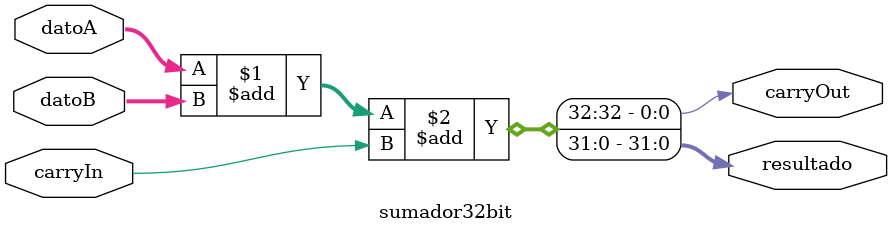
<source format=sv>
module sumador32bit (input logic [31:0] datoA, 
						  input logic [31:0] datoB, 
						  input logic carryIn,
						  output logic [31:0] resultado,
						  output logic carryOut);
						  
	assign {carryOut, resultado} = datoA + datoB + carryIn;	

endmodule

</source>
